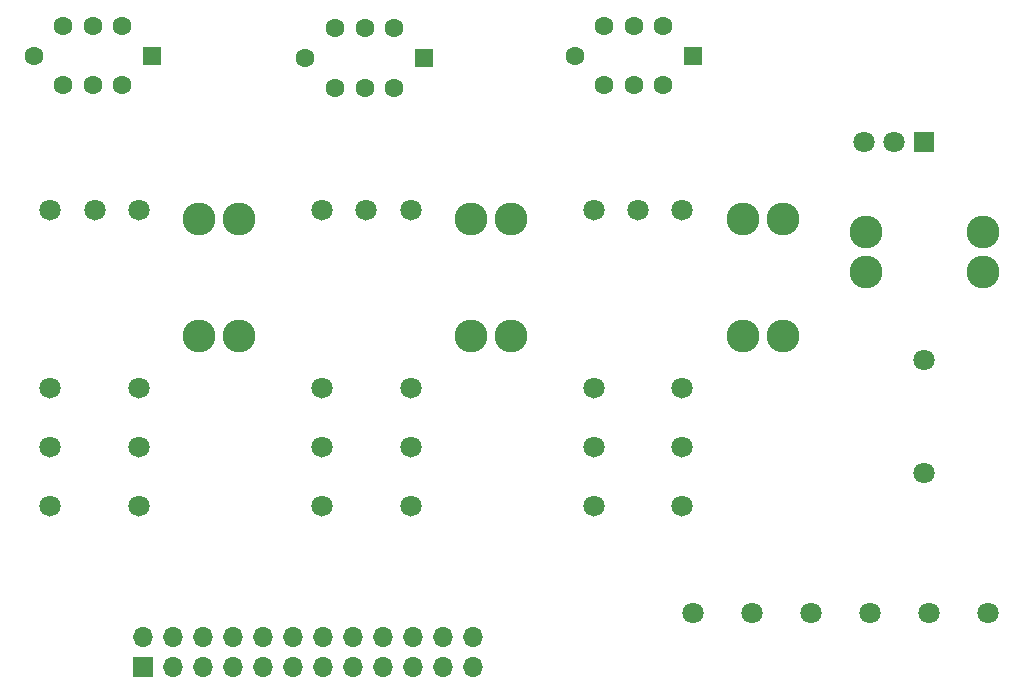
<source format=gbr>
%TF.GenerationSoftware,KiCad,Pcbnew,(5.1.9-0-10_14)*%
%TF.CreationDate,2021-04-22T23:32:40-07:00*%
%TF.ProjectId,thundipiswitch2,7468756e-6469-4706-9973-776974636832,rev?*%
%TF.SameCoordinates,Original*%
%TF.FileFunction,Soldermask,Bot*%
%TF.FilePolarity,Negative*%
%FSLAX46Y46*%
G04 Gerber Fmt 4.6, Leading zero omitted, Abs format (unit mm)*
G04 Created by KiCad (PCBNEW (5.1.9-0-10_14)) date 2021-04-22 23:32:40*
%MOMM*%
%LPD*%
G01*
G04 APERTURE LIST*
%ADD10C,1.600000*%
%ADD11R,1.600000X1.600000*%
%ADD12O,1.700000X1.700000*%
%ADD13R,1.700000X1.700000*%
%ADD14R,1.800000X1.800000*%
%ADD15C,1.800000*%
%ADD16C,1.808000*%
%ADD17C,1.803400*%
%ADD18C,2.780000*%
G04 APERTURE END LIST*
D10*
%TO.C,S2*%
X127100000Y-59700000D03*
X124600000Y-59700000D03*
X122100000Y-59700000D03*
X127100000Y-64700000D03*
X124600000Y-64700000D03*
X122100000Y-64700000D03*
D11*
X129600000Y-62200000D03*
D10*
X119600000Y-62200000D03*
%TD*%
%TO.C,S1*%
X150100000Y-59900000D03*
X147600000Y-59900000D03*
X145100000Y-59900000D03*
X150100000Y-64900000D03*
X147600000Y-64900000D03*
X145100000Y-64900000D03*
D11*
X152600000Y-62400000D03*
D10*
X142600000Y-62400000D03*
%TD*%
%TO.C,S3*%
X172900000Y-59700000D03*
X170400000Y-59700000D03*
X167900000Y-59700000D03*
X172900000Y-64700000D03*
X170400000Y-64700000D03*
X167900000Y-64700000D03*
D11*
X175400000Y-62200000D03*
D10*
X165400000Y-62200000D03*
%TD*%
D12*
%TO.C,J2*%
X156740000Y-111460000D03*
X156740000Y-114000000D03*
X154200000Y-111460000D03*
X154200000Y-114000000D03*
X151660000Y-111460000D03*
X151660000Y-114000000D03*
X149120000Y-111460000D03*
X149120000Y-114000000D03*
X146580000Y-111460000D03*
X146580000Y-114000000D03*
X144040000Y-111460000D03*
X144040000Y-114000000D03*
X141500000Y-111460000D03*
X141500000Y-114000000D03*
X138960000Y-111460000D03*
X138960000Y-114000000D03*
X136420000Y-111460000D03*
X136420000Y-114000000D03*
X133880000Y-111460000D03*
X133880000Y-114000000D03*
X131340000Y-111460000D03*
X131340000Y-114000000D03*
X128800000Y-111460000D03*
D13*
X128800000Y-114000000D03*
%TD*%
D14*
%TO.C,U1*%
X195000000Y-69500000D03*
D15*
X192460000Y-69500000D03*
X189920000Y-69500000D03*
%TD*%
D16*
%TO.C,K3*%
X167000000Y-75300008D03*
X167000000Y-90300008D03*
X167000000Y-95300008D03*
X167000000Y-100300008D03*
X174500000Y-100300008D03*
X174500000Y-95300008D03*
X174500000Y-90300008D03*
X174500000Y-75300008D03*
X170750000Y-75300008D03*
%TD*%
%TO.C,K2*%
X144000000Y-75300008D03*
X144000000Y-90300008D03*
X144000000Y-95300008D03*
X144000000Y-100300008D03*
X151500000Y-100300008D03*
X151500000Y-95300008D03*
X151500000Y-90300008D03*
X151500000Y-75300008D03*
X147750000Y-75300008D03*
%TD*%
%TO.C,K1*%
X121000000Y-75300008D03*
X121000000Y-90300008D03*
X121000000Y-95300008D03*
X121000000Y-100300008D03*
X128500000Y-100300008D03*
X128500000Y-95300008D03*
X128500000Y-90300008D03*
X128500000Y-75300008D03*
X124750000Y-75300008D03*
%TD*%
D17*
%TO.C,J4*%
X175400000Y-109400000D03*
X180400000Y-109400000D03*
X185400000Y-109400000D03*
X190400001Y-109400000D03*
X195400001Y-109400000D03*
X200400001Y-109400000D03*
%TD*%
%TO.C,J1*%
X195000000Y-87979999D03*
X195000000Y-97500000D03*
%TD*%
D18*
%TO.C,F3*%
X179600000Y-85920000D03*
X183000000Y-85920000D03*
X179600000Y-76000000D03*
X183000000Y-76000000D03*
%TD*%
%TO.C,F2*%
X156600000Y-85920000D03*
X160000000Y-85920000D03*
X156600000Y-76000000D03*
X160000000Y-76000000D03*
%TD*%
%TO.C,F4*%
X190080000Y-77100000D03*
X190080000Y-80500000D03*
X200000000Y-77100000D03*
X200000000Y-80500000D03*
%TD*%
%TO.C,F1*%
X133600000Y-85920000D03*
X137000000Y-85920000D03*
X133600000Y-76000000D03*
X137000000Y-76000000D03*
%TD*%
M02*

</source>
